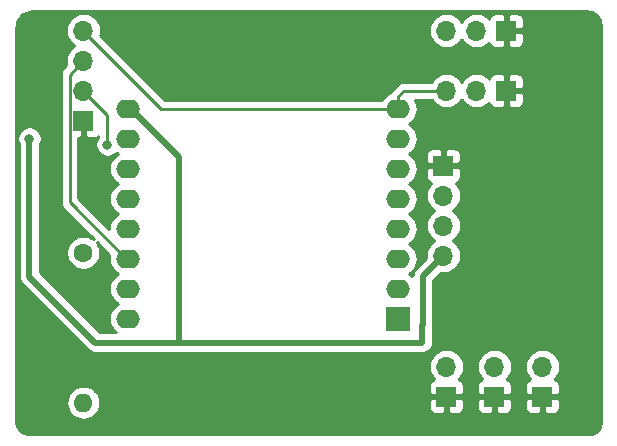
<source format=gbr>
G04 #@! TF.GenerationSoftware,KiCad,Pcbnew,(5.1.4)-1*
G04 #@! TF.CreationDate,2020-01-16T18:32:51+01:00*
G04 #@! TF.ProjectId,lumos-cache,6c756d6f-732d-4636-9163-68652e6b6963,rev?*
G04 #@! TF.SameCoordinates,Original*
G04 #@! TF.FileFunction,Copper,L2,Bot*
G04 #@! TF.FilePolarity,Positive*
%FSLAX46Y46*%
G04 Gerber Fmt 4.6, Leading zero omitted, Abs format (unit mm)*
G04 Created by KiCad (PCBNEW (5.1.4)-1) date 2020-01-16 18:32:51*
%MOMM*%
%LPD*%
G04 APERTURE LIST*
%ADD10O,1.700000X1.700000*%
%ADD11R,1.700000X1.700000*%
%ADD12O,1.600000X1.600000*%
%ADD13C,1.600000*%
%ADD14O,2.000000X1.600000*%
%ADD15R,2.000000X2.000000*%
%ADD16C,0.800000*%
%ADD17C,0.250000*%
%ADD18C,0.500000*%
%ADD19C,0.254000*%
G04 APERTURE END LIST*
D10*
X148082000Y-52324000D03*
X148082000Y-49784000D03*
X148082000Y-47244000D03*
D11*
X148082000Y-44704000D03*
D12*
X117602000Y-64770000D03*
D13*
X117602000Y-52070000D03*
D14*
X121412000Y-57658000D03*
X121412000Y-55118000D03*
X121412000Y-52578000D03*
X121412000Y-50038000D03*
X121412000Y-47498000D03*
X121412000Y-44958000D03*
X121412000Y-42418000D03*
X121412000Y-39878000D03*
X144272000Y-39878000D03*
X144272000Y-42418000D03*
X144272000Y-44958000D03*
X144272000Y-47498000D03*
X144272000Y-50038000D03*
X144272000Y-52578000D03*
D15*
X144272000Y-57658000D03*
D14*
X144272000Y-55118000D03*
D10*
X148336000Y-61722000D03*
D11*
X148336000Y-64262000D03*
D10*
X152400000Y-61722000D03*
D11*
X152400000Y-64262000D03*
D10*
X156464000Y-61722000D03*
D11*
X156464000Y-64262000D03*
D10*
X148336000Y-33274000D03*
X150876000Y-33274000D03*
D11*
X153416000Y-33274000D03*
D10*
X117602000Y-33274000D03*
X117602000Y-35814000D03*
X117602000Y-38354000D03*
D11*
X117602000Y-40894000D03*
D10*
X148336000Y-38354000D03*
X150876000Y-38354000D03*
D11*
X153416000Y-38354000D03*
D16*
X113030000Y-42418000D03*
X119634000Y-42926000D03*
D17*
X153416000Y-34374000D02*
X153416000Y-38354000D01*
X153416000Y-33274000D02*
X153416000Y-34374000D01*
X149436000Y-64262000D02*
X152400000Y-64262000D01*
X148336000Y-64262000D02*
X149436000Y-64262000D01*
X152400000Y-64262000D02*
X156464000Y-64262000D01*
X149182000Y-44704000D02*
X148082000Y-44704000D01*
X153416000Y-40470000D02*
X149182000Y-44704000D01*
X153416000Y-33274000D02*
X153416000Y-40470000D01*
D18*
X143002000Y-59690000D02*
X144825002Y-59690000D01*
X146349002Y-54056998D02*
X148082000Y-52324000D01*
X146349002Y-58166000D02*
X146349002Y-54056998D01*
X118618000Y-59690000D02*
X113030000Y-54102000D01*
X113030000Y-54102000D02*
X113030000Y-42418000D01*
D17*
X121612000Y-39878000D02*
X121412000Y-39878000D01*
D18*
X125730000Y-43996000D02*
X121612000Y-39878000D01*
X125730000Y-59690000D02*
X125730000Y-43996000D01*
X125730000Y-59690000D02*
X118618000Y-59690000D01*
X143002000Y-59690000D02*
X125730000Y-59690000D01*
X144825002Y-59690000D02*
X146304000Y-59690000D01*
D17*
X146304000Y-58211002D02*
X146349002Y-58166000D01*
D18*
X146304000Y-59690000D02*
X146304000Y-58211002D01*
D17*
X124206000Y-39878000D02*
X144272000Y-39878000D01*
X117602000Y-33274000D02*
X124206000Y-39878000D01*
X144272000Y-38828000D02*
X144272000Y-39878000D01*
X144746000Y-38354000D02*
X144272000Y-38828000D01*
X148336000Y-38354000D02*
X144746000Y-38354000D01*
X121212000Y-52578000D02*
X121412000Y-52578000D01*
X116426999Y-47792999D02*
X121212000Y-52578000D01*
X116426999Y-36989001D02*
X116426999Y-47792999D01*
X117602000Y-35814000D02*
X116426999Y-36989001D01*
X117602000Y-38354000D02*
X119634000Y-40386000D01*
X119634000Y-40386000D02*
X119634000Y-42926000D01*
D19*
G36*
X160490540Y-31672397D02*
G01*
X160698833Y-31735285D01*
X160890937Y-31837428D01*
X161059553Y-31974947D01*
X161198241Y-32142593D01*
X161301726Y-32333985D01*
X161366066Y-32541835D01*
X161392000Y-32788581D01*
X161392001Y-66515713D01*
X161372441Y-66715204D01*
X161323881Y-66876040D01*
X161245008Y-67024378D01*
X161138822Y-67154575D01*
X161009372Y-67261665D01*
X160861586Y-67341572D01*
X160701094Y-67391253D01*
X160503695Y-67412000D01*
X113062279Y-67412000D01*
X112813460Y-67387603D01*
X112605170Y-67324717D01*
X112413062Y-67222572D01*
X112244446Y-67085052D01*
X112105760Y-66917409D01*
X112002275Y-66726017D01*
X111937934Y-66518166D01*
X111912000Y-66271419D01*
X111912000Y-64770000D01*
X116160057Y-64770000D01*
X116187764Y-65051309D01*
X116269818Y-65321808D01*
X116403068Y-65571101D01*
X116582392Y-65789608D01*
X116800899Y-65968932D01*
X117050192Y-66102182D01*
X117320691Y-66184236D01*
X117531508Y-66205000D01*
X117672492Y-66205000D01*
X117883309Y-66184236D01*
X118153808Y-66102182D01*
X118403101Y-65968932D01*
X118621608Y-65789608D01*
X118800932Y-65571101D01*
X118934182Y-65321808D01*
X118997825Y-65112000D01*
X146847928Y-65112000D01*
X146860188Y-65236482D01*
X146896498Y-65356180D01*
X146955463Y-65466494D01*
X147034815Y-65563185D01*
X147131506Y-65642537D01*
X147241820Y-65701502D01*
X147361518Y-65737812D01*
X147486000Y-65750072D01*
X148050250Y-65747000D01*
X148209000Y-65588250D01*
X148209000Y-64389000D01*
X148463000Y-64389000D01*
X148463000Y-65588250D01*
X148621750Y-65747000D01*
X149186000Y-65750072D01*
X149310482Y-65737812D01*
X149430180Y-65701502D01*
X149540494Y-65642537D01*
X149637185Y-65563185D01*
X149716537Y-65466494D01*
X149775502Y-65356180D01*
X149811812Y-65236482D01*
X149824072Y-65112000D01*
X150911928Y-65112000D01*
X150924188Y-65236482D01*
X150960498Y-65356180D01*
X151019463Y-65466494D01*
X151098815Y-65563185D01*
X151195506Y-65642537D01*
X151305820Y-65701502D01*
X151425518Y-65737812D01*
X151550000Y-65750072D01*
X152114250Y-65747000D01*
X152273000Y-65588250D01*
X152273000Y-64389000D01*
X152527000Y-64389000D01*
X152527000Y-65588250D01*
X152685750Y-65747000D01*
X153250000Y-65750072D01*
X153374482Y-65737812D01*
X153494180Y-65701502D01*
X153604494Y-65642537D01*
X153701185Y-65563185D01*
X153780537Y-65466494D01*
X153839502Y-65356180D01*
X153875812Y-65236482D01*
X153888072Y-65112000D01*
X154975928Y-65112000D01*
X154988188Y-65236482D01*
X155024498Y-65356180D01*
X155083463Y-65466494D01*
X155162815Y-65563185D01*
X155259506Y-65642537D01*
X155369820Y-65701502D01*
X155489518Y-65737812D01*
X155614000Y-65750072D01*
X156178250Y-65747000D01*
X156337000Y-65588250D01*
X156337000Y-64389000D01*
X156591000Y-64389000D01*
X156591000Y-65588250D01*
X156749750Y-65747000D01*
X157314000Y-65750072D01*
X157438482Y-65737812D01*
X157558180Y-65701502D01*
X157668494Y-65642537D01*
X157765185Y-65563185D01*
X157844537Y-65466494D01*
X157903502Y-65356180D01*
X157939812Y-65236482D01*
X157952072Y-65112000D01*
X157949000Y-64547750D01*
X157790250Y-64389000D01*
X156591000Y-64389000D01*
X156337000Y-64389000D01*
X155137750Y-64389000D01*
X154979000Y-64547750D01*
X154975928Y-65112000D01*
X153888072Y-65112000D01*
X153885000Y-64547750D01*
X153726250Y-64389000D01*
X152527000Y-64389000D01*
X152273000Y-64389000D01*
X151073750Y-64389000D01*
X150915000Y-64547750D01*
X150911928Y-65112000D01*
X149824072Y-65112000D01*
X149821000Y-64547750D01*
X149662250Y-64389000D01*
X148463000Y-64389000D01*
X148209000Y-64389000D01*
X147009750Y-64389000D01*
X146851000Y-64547750D01*
X146847928Y-65112000D01*
X118997825Y-65112000D01*
X119016236Y-65051309D01*
X119043943Y-64770000D01*
X119016236Y-64488691D01*
X118934182Y-64218192D01*
X118800932Y-63968899D01*
X118621608Y-63750392D01*
X118403101Y-63571068D01*
X118153808Y-63437818D01*
X117883309Y-63355764D01*
X117672492Y-63335000D01*
X117531508Y-63335000D01*
X117320691Y-63355764D01*
X117050192Y-63437818D01*
X116800899Y-63571068D01*
X116582392Y-63750392D01*
X116403068Y-63968899D01*
X116269818Y-64218192D01*
X116187764Y-64488691D01*
X116160057Y-64770000D01*
X111912000Y-64770000D01*
X111912000Y-61722000D01*
X146843815Y-61722000D01*
X146872487Y-62013111D01*
X146957401Y-62293034D01*
X147095294Y-62551014D01*
X147280866Y-62777134D01*
X147310687Y-62801607D01*
X147241820Y-62822498D01*
X147131506Y-62881463D01*
X147034815Y-62960815D01*
X146955463Y-63057506D01*
X146896498Y-63167820D01*
X146860188Y-63287518D01*
X146847928Y-63412000D01*
X146851000Y-63976250D01*
X147009750Y-64135000D01*
X148209000Y-64135000D01*
X148209000Y-64115000D01*
X148463000Y-64115000D01*
X148463000Y-64135000D01*
X149662250Y-64135000D01*
X149821000Y-63976250D01*
X149824072Y-63412000D01*
X149811812Y-63287518D01*
X149775502Y-63167820D01*
X149716537Y-63057506D01*
X149637185Y-62960815D01*
X149540494Y-62881463D01*
X149430180Y-62822498D01*
X149361313Y-62801607D01*
X149391134Y-62777134D01*
X149576706Y-62551014D01*
X149714599Y-62293034D01*
X149799513Y-62013111D01*
X149828185Y-61722000D01*
X150907815Y-61722000D01*
X150936487Y-62013111D01*
X151021401Y-62293034D01*
X151159294Y-62551014D01*
X151344866Y-62777134D01*
X151374687Y-62801607D01*
X151305820Y-62822498D01*
X151195506Y-62881463D01*
X151098815Y-62960815D01*
X151019463Y-63057506D01*
X150960498Y-63167820D01*
X150924188Y-63287518D01*
X150911928Y-63412000D01*
X150915000Y-63976250D01*
X151073750Y-64135000D01*
X152273000Y-64135000D01*
X152273000Y-64115000D01*
X152527000Y-64115000D01*
X152527000Y-64135000D01*
X153726250Y-64135000D01*
X153885000Y-63976250D01*
X153888072Y-63412000D01*
X153875812Y-63287518D01*
X153839502Y-63167820D01*
X153780537Y-63057506D01*
X153701185Y-62960815D01*
X153604494Y-62881463D01*
X153494180Y-62822498D01*
X153425313Y-62801607D01*
X153455134Y-62777134D01*
X153640706Y-62551014D01*
X153778599Y-62293034D01*
X153863513Y-62013111D01*
X153892185Y-61722000D01*
X154971815Y-61722000D01*
X155000487Y-62013111D01*
X155085401Y-62293034D01*
X155223294Y-62551014D01*
X155408866Y-62777134D01*
X155438687Y-62801607D01*
X155369820Y-62822498D01*
X155259506Y-62881463D01*
X155162815Y-62960815D01*
X155083463Y-63057506D01*
X155024498Y-63167820D01*
X154988188Y-63287518D01*
X154975928Y-63412000D01*
X154979000Y-63976250D01*
X155137750Y-64135000D01*
X156337000Y-64135000D01*
X156337000Y-64115000D01*
X156591000Y-64115000D01*
X156591000Y-64135000D01*
X157790250Y-64135000D01*
X157949000Y-63976250D01*
X157952072Y-63412000D01*
X157939812Y-63287518D01*
X157903502Y-63167820D01*
X157844537Y-63057506D01*
X157765185Y-62960815D01*
X157668494Y-62881463D01*
X157558180Y-62822498D01*
X157489313Y-62801607D01*
X157519134Y-62777134D01*
X157704706Y-62551014D01*
X157842599Y-62293034D01*
X157927513Y-62013111D01*
X157956185Y-61722000D01*
X157927513Y-61430889D01*
X157842599Y-61150966D01*
X157704706Y-60892986D01*
X157519134Y-60666866D01*
X157293014Y-60481294D01*
X157035034Y-60343401D01*
X156755111Y-60258487D01*
X156536950Y-60237000D01*
X156391050Y-60237000D01*
X156172889Y-60258487D01*
X155892966Y-60343401D01*
X155634986Y-60481294D01*
X155408866Y-60666866D01*
X155223294Y-60892986D01*
X155085401Y-61150966D01*
X155000487Y-61430889D01*
X154971815Y-61722000D01*
X153892185Y-61722000D01*
X153863513Y-61430889D01*
X153778599Y-61150966D01*
X153640706Y-60892986D01*
X153455134Y-60666866D01*
X153229014Y-60481294D01*
X152971034Y-60343401D01*
X152691111Y-60258487D01*
X152472950Y-60237000D01*
X152327050Y-60237000D01*
X152108889Y-60258487D01*
X151828966Y-60343401D01*
X151570986Y-60481294D01*
X151344866Y-60666866D01*
X151159294Y-60892986D01*
X151021401Y-61150966D01*
X150936487Y-61430889D01*
X150907815Y-61722000D01*
X149828185Y-61722000D01*
X149799513Y-61430889D01*
X149714599Y-61150966D01*
X149576706Y-60892986D01*
X149391134Y-60666866D01*
X149165014Y-60481294D01*
X148907034Y-60343401D01*
X148627111Y-60258487D01*
X148408950Y-60237000D01*
X148263050Y-60237000D01*
X148044889Y-60258487D01*
X147764966Y-60343401D01*
X147506986Y-60481294D01*
X147280866Y-60666866D01*
X147095294Y-60892986D01*
X146957401Y-61150966D01*
X146872487Y-61430889D01*
X146843815Y-61722000D01*
X111912000Y-61722000D01*
X111912000Y-42316061D01*
X111995000Y-42316061D01*
X111995000Y-42519939D01*
X112034774Y-42719898D01*
X112112795Y-42908256D01*
X112145001Y-42956456D01*
X112145000Y-54058531D01*
X112140719Y-54102000D01*
X112145000Y-54145469D01*
X112145000Y-54145476D01*
X112157805Y-54275489D01*
X112208411Y-54442312D01*
X112290589Y-54596058D01*
X112401183Y-54730817D01*
X112434956Y-54758534D01*
X117961470Y-60285049D01*
X117989183Y-60318817D01*
X118022951Y-60346530D01*
X118022953Y-60346532D01*
X118094452Y-60405210D01*
X118123941Y-60429411D01*
X118277687Y-60511589D01*
X118444510Y-60562195D01*
X118574523Y-60575000D01*
X118574533Y-60575000D01*
X118617999Y-60579281D01*
X118661465Y-60575000D01*
X125686523Y-60575000D01*
X125730000Y-60579282D01*
X125773476Y-60575000D01*
X146260523Y-60575000D01*
X146304000Y-60579282D01*
X146347476Y-60575000D01*
X146347477Y-60575000D01*
X146477490Y-60562195D01*
X146644313Y-60511589D01*
X146798059Y-60429411D01*
X146932817Y-60318817D01*
X147043411Y-60184059D01*
X147125589Y-60030313D01*
X147176195Y-59863490D01*
X147193282Y-59690000D01*
X147189000Y-59646523D01*
X147189000Y-58445628D01*
X147221197Y-58339490D01*
X147234002Y-58209477D01*
X147234002Y-54423576D01*
X147862966Y-53794612D01*
X148009050Y-53809000D01*
X148154950Y-53809000D01*
X148373111Y-53787513D01*
X148653034Y-53702599D01*
X148911014Y-53564706D01*
X149137134Y-53379134D01*
X149322706Y-53153014D01*
X149460599Y-52895034D01*
X149545513Y-52615111D01*
X149574185Y-52324000D01*
X149545513Y-52032889D01*
X149460599Y-51752966D01*
X149322706Y-51494986D01*
X149137134Y-51268866D01*
X148911014Y-51083294D01*
X148856209Y-51054000D01*
X148911014Y-51024706D01*
X149137134Y-50839134D01*
X149322706Y-50613014D01*
X149460599Y-50355034D01*
X149545513Y-50075111D01*
X149574185Y-49784000D01*
X149545513Y-49492889D01*
X149460599Y-49212966D01*
X149322706Y-48954986D01*
X149137134Y-48728866D01*
X148911014Y-48543294D01*
X148856209Y-48514000D01*
X148911014Y-48484706D01*
X149137134Y-48299134D01*
X149322706Y-48073014D01*
X149460599Y-47815034D01*
X149545513Y-47535111D01*
X149574185Y-47244000D01*
X149545513Y-46952889D01*
X149460599Y-46672966D01*
X149322706Y-46414986D01*
X149137134Y-46188866D01*
X149107313Y-46164393D01*
X149176180Y-46143502D01*
X149286494Y-46084537D01*
X149383185Y-46005185D01*
X149462537Y-45908494D01*
X149521502Y-45798180D01*
X149557812Y-45678482D01*
X149570072Y-45554000D01*
X149567000Y-44989750D01*
X149408250Y-44831000D01*
X148209000Y-44831000D01*
X148209000Y-44851000D01*
X147955000Y-44851000D01*
X147955000Y-44831000D01*
X146755750Y-44831000D01*
X146597000Y-44989750D01*
X146593928Y-45554000D01*
X146606188Y-45678482D01*
X146642498Y-45798180D01*
X146701463Y-45908494D01*
X146780815Y-46005185D01*
X146877506Y-46084537D01*
X146987820Y-46143502D01*
X147056687Y-46164393D01*
X147026866Y-46188866D01*
X146841294Y-46414986D01*
X146703401Y-46672966D01*
X146618487Y-46952889D01*
X146589815Y-47244000D01*
X146618487Y-47535111D01*
X146703401Y-47815034D01*
X146841294Y-48073014D01*
X147026866Y-48299134D01*
X147252986Y-48484706D01*
X147307791Y-48514000D01*
X147252986Y-48543294D01*
X147026866Y-48728866D01*
X146841294Y-48954986D01*
X146703401Y-49212966D01*
X146618487Y-49492889D01*
X146589815Y-49784000D01*
X146618487Y-50075111D01*
X146703401Y-50355034D01*
X146841294Y-50613014D01*
X147026866Y-50839134D01*
X147252986Y-51024706D01*
X147307791Y-51054000D01*
X147252986Y-51083294D01*
X147026866Y-51268866D01*
X146841294Y-51494986D01*
X146703401Y-51752966D01*
X146618487Y-52032889D01*
X146589815Y-52324000D01*
X146611388Y-52543034D01*
X145753953Y-53400469D01*
X145720186Y-53428181D01*
X145692473Y-53461949D01*
X145692470Y-53461952D01*
X145609592Y-53562939D01*
X145527414Y-53716685D01*
X145476807Y-53883508D01*
X145459721Y-54056998D01*
X145461352Y-54073562D01*
X145273101Y-53919068D01*
X145140142Y-53848000D01*
X145273101Y-53776932D01*
X145491608Y-53597608D01*
X145670932Y-53379101D01*
X145804182Y-53129808D01*
X145886236Y-52859309D01*
X145913943Y-52578000D01*
X145886236Y-52296691D01*
X145804182Y-52026192D01*
X145670932Y-51776899D01*
X145491608Y-51558392D01*
X145273101Y-51379068D01*
X145140142Y-51308000D01*
X145273101Y-51236932D01*
X145491608Y-51057608D01*
X145670932Y-50839101D01*
X145804182Y-50589808D01*
X145886236Y-50319309D01*
X145913943Y-50038000D01*
X145886236Y-49756691D01*
X145804182Y-49486192D01*
X145670932Y-49236899D01*
X145491608Y-49018392D01*
X145273101Y-48839068D01*
X145140142Y-48768000D01*
X145273101Y-48696932D01*
X145491608Y-48517608D01*
X145670932Y-48299101D01*
X145804182Y-48049808D01*
X145886236Y-47779309D01*
X145913943Y-47498000D01*
X145886236Y-47216691D01*
X145804182Y-46946192D01*
X145670932Y-46696899D01*
X145491608Y-46478392D01*
X145273101Y-46299068D01*
X145140142Y-46228000D01*
X145273101Y-46156932D01*
X145491608Y-45977608D01*
X145670932Y-45759101D01*
X145804182Y-45509808D01*
X145886236Y-45239309D01*
X145913943Y-44958000D01*
X145886236Y-44676691D01*
X145804182Y-44406192D01*
X145670932Y-44156899D01*
X145491608Y-43938392D01*
X145388777Y-43854000D01*
X146593928Y-43854000D01*
X146597000Y-44418250D01*
X146755750Y-44577000D01*
X147955000Y-44577000D01*
X147955000Y-43377750D01*
X148209000Y-43377750D01*
X148209000Y-44577000D01*
X149408250Y-44577000D01*
X149567000Y-44418250D01*
X149570072Y-43854000D01*
X149557812Y-43729518D01*
X149521502Y-43609820D01*
X149462537Y-43499506D01*
X149383185Y-43402815D01*
X149286494Y-43323463D01*
X149176180Y-43264498D01*
X149056482Y-43228188D01*
X148932000Y-43215928D01*
X148367750Y-43219000D01*
X148209000Y-43377750D01*
X147955000Y-43377750D01*
X147796250Y-43219000D01*
X147232000Y-43215928D01*
X147107518Y-43228188D01*
X146987820Y-43264498D01*
X146877506Y-43323463D01*
X146780815Y-43402815D01*
X146701463Y-43499506D01*
X146642498Y-43609820D01*
X146606188Y-43729518D01*
X146593928Y-43854000D01*
X145388777Y-43854000D01*
X145273101Y-43759068D01*
X145140142Y-43688000D01*
X145273101Y-43616932D01*
X145491608Y-43437608D01*
X145670932Y-43219101D01*
X145804182Y-42969808D01*
X145886236Y-42699309D01*
X145913943Y-42418000D01*
X145886236Y-42136691D01*
X145804182Y-41866192D01*
X145670932Y-41616899D01*
X145491608Y-41398392D01*
X145273101Y-41219068D01*
X145140142Y-41148000D01*
X145273101Y-41076932D01*
X145491608Y-40897608D01*
X145670932Y-40679101D01*
X145804182Y-40429808D01*
X145886236Y-40159309D01*
X145913943Y-39878000D01*
X145886236Y-39596691D01*
X145804182Y-39326192D01*
X145690763Y-39114000D01*
X147058405Y-39114000D01*
X147095294Y-39183014D01*
X147280866Y-39409134D01*
X147506986Y-39594706D01*
X147764966Y-39732599D01*
X148044889Y-39817513D01*
X148263050Y-39839000D01*
X148408950Y-39839000D01*
X148627111Y-39817513D01*
X148907034Y-39732599D01*
X149165014Y-39594706D01*
X149391134Y-39409134D01*
X149576706Y-39183014D01*
X149606000Y-39128209D01*
X149635294Y-39183014D01*
X149820866Y-39409134D01*
X150046986Y-39594706D01*
X150304966Y-39732599D01*
X150584889Y-39817513D01*
X150803050Y-39839000D01*
X150948950Y-39839000D01*
X151167111Y-39817513D01*
X151447034Y-39732599D01*
X151705014Y-39594706D01*
X151931134Y-39409134D01*
X151955607Y-39379313D01*
X151976498Y-39448180D01*
X152035463Y-39558494D01*
X152114815Y-39655185D01*
X152211506Y-39734537D01*
X152321820Y-39793502D01*
X152441518Y-39829812D01*
X152566000Y-39842072D01*
X153130250Y-39839000D01*
X153289000Y-39680250D01*
X153289000Y-38481000D01*
X153543000Y-38481000D01*
X153543000Y-39680250D01*
X153701750Y-39839000D01*
X154266000Y-39842072D01*
X154390482Y-39829812D01*
X154510180Y-39793502D01*
X154620494Y-39734537D01*
X154717185Y-39655185D01*
X154796537Y-39558494D01*
X154855502Y-39448180D01*
X154891812Y-39328482D01*
X154904072Y-39204000D01*
X154901000Y-38639750D01*
X154742250Y-38481000D01*
X153543000Y-38481000D01*
X153289000Y-38481000D01*
X153269000Y-38481000D01*
X153269000Y-38227000D01*
X153289000Y-38227000D01*
X153289000Y-37027750D01*
X153543000Y-37027750D01*
X153543000Y-38227000D01*
X154742250Y-38227000D01*
X154901000Y-38068250D01*
X154904072Y-37504000D01*
X154891812Y-37379518D01*
X154855502Y-37259820D01*
X154796537Y-37149506D01*
X154717185Y-37052815D01*
X154620494Y-36973463D01*
X154510180Y-36914498D01*
X154390482Y-36878188D01*
X154266000Y-36865928D01*
X153701750Y-36869000D01*
X153543000Y-37027750D01*
X153289000Y-37027750D01*
X153130250Y-36869000D01*
X152566000Y-36865928D01*
X152441518Y-36878188D01*
X152321820Y-36914498D01*
X152211506Y-36973463D01*
X152114815Y-37052815D01*
X152035463Y-37149506D01*
X151976498Y-37259820D01*
X151955607Y-37328687D01*
X151931134Y-37298866D01*
X151705014Y-37113294D01*
X151447034Y-36975401D01*
X151167111Y-36890487D01*
X150948950Y-36869000D01*
X150803050Y-36869000D01*
X150584889Y-36890487D01*
X150304966Y-36975401D01*
X150046986Y-37113294D01*
X149820866Y-37298866D01*
X149635294Y-37524986D01*
X149606000Y-37579791D01*
X149576706Y-37524986D01*
X149391134Y-37298866D01*
X149165014Y-37113294D01*
X148907034Y-36975401D01*
X148627111Y-36890487D01*
X148408950Y-36869000D01*
X148263050Y-36869000D01*
X148044889Y-36890487D01*
X147764966Y-36975401D01*
X147506986Y-37113294D01*
X147280866Y-37298866D01*
X147095294Y-37524986D01*
X147058405Y-37594000D01*
X144783322Y-37594000D01*
X144745999Y-37590324D01*
X144708676Y-37594000D01*
X144708667Y-37594000D01*
X144597014Y-37604997D01*
X144453753Y-37648454D01*
X144321724Y-37719026D01*
X144205999Y-37813999D01*
X144182196Y-37843003D01*
X143761003Y-38264196D01*
X143731999Y-38287999D01*
X143677834Y-38354000D01*
X143637026Y-38403724D01*
X143568986Y-38531017D01*
X143520192Y-38545818D01*
X143270899Y-38679068D01*
X143052392Y-38858392D01*
X142873068Y-39076899D01*
X142851099Y-39118000D01*
X124520802Y-39118000D01*
X119042797Y-33639996D01*
X119065513Y-33565111D01*
X119094185Y-33274000D01*
X146843815Y-33274000D01*
X146872487Y-33565111D01*
X146957401Y-33845034D01*
X147095294Y-34103014D01*
X147280866Y-34329134D01*
X147506986Y-34514706D01*
X147764966Y-34652599D01*
X148044889Y-34737513D01*
X148263050Y-34759000D01*
X148408950Y-34759000D01*
X148627111Y-34737513D01*
X148907034Y-34652599D01*
X149165014Y-34514706D01*
X149391134Y-34329134D01*
X149576706Y-34103014D01*
X149606000Y-34048209D01*
X149635294Y-34103014D01*
X149820866Y-34329134D01*
X150046986Y-34514706D01*
X150304966Y-34652599D01*
X150584889Y-34737513D01*
X150803050Y-34759000D01*
X150948950Y-34759000D01*
X151167111Y-34737513D01*
X151447034Y-34652599D01*
X151705014Y-34514706D01*
X151931134Y-34329134D01*
X151955607Y-34299313D01*
X151976498Y-34368180D01*
X152035463Y-34478494D01*
X152114815Y-34575185D01*
X152211506Y-34654537D01*
X152321820Y-34713502D01*
X152441518Y-34749812D01*
X152566000Y-34762072D01*
X153130250Y-34759000D01*
X153289000Y-34600250D01*
X153289000Y-33401000D01*
X153543000Y-33401000D01*
X153543000Y-34600250D01*
X153701750Y-34759000D01*
X154266000Y-34762072D01*
X154390482Y-34749812D01*
X154510180Y-34713502D01*
X154620494Y-34654537D01*
X154717185Y-34575185D01*
X154796537Y-34478494D01*
X154855502Y-34368180D01*
X154891812Y-34248482D01*
X154904072Y-34124000D01*
X154901000Y-33559750D01*
X154742250Y-33401000D01*
X153543000Y-33401000D01*
X153289000Y-33401000D01*
X153269000Y-33401000D01*
X153269000Y-33147000D01*
X153289000Y-33147000D01*
X153289000Y-31947750D01*
X153543000Y-31947750D01*
X153543000Y-33147000D01*
X154742250Y-33147000D01*
X154901000Y-32988250D01*
X154904072Y-32424000D01*
X154891812Y-32299518D01*
X154855502Y-32179820D01*
X154796537Y-32069506D01*
X154717185Y-31972815D01*
X154620494Y-31893463D01*
X154510180Y-31834498D01*
X154390482Y-31798188D01*
X154266000Y-31785928D01*
X153701750Y-31789000D01*
X153543000Y-31947750D01*
X153289000Y-31947750D01*
X153130250Y-31789000D01*
X152566000Y-31785928D01*
X152441518Y-31798188D01*
X152321820Y-31834498D01*
X152211506Y-31893463D01*
X152114815Y-31972815D01*
X152035463Y-32069506D01*
X151976498Y-32179820D01*
X151955607Y-32248687D01*
X151931134Y-32218866D01*
X151705014Y-32033294D01*
X151447034Y-31895401D01*
X151167111Y-31810487D01*
X150948950Y-31789000D01*
X150803050Y-31789000D01*
X150584889Y-31810487D01*
X150304966Y-31895401D01*
X150046986Y-32033294D01*
X149820866Y-32218866D01*
X149635294Y-32444986D01*
X149606000Y-32499791D01*
X149576706Y-32444986D01*
X149391134Y-32218866D01*
X149165014Y-32033294D01*
X148907034Y-31895401D01*
X148627111Y-31810487D01*
X148408950Y-31789000D01*
X148263050Y-31789000D01*
X148044889Y-31810487D01*
X147764966Y-31895401D01*
X147506986Y-32033294D01*
X147280866Y-32218866D01*
X147095294Y-32444986D01*
X146957401Y-32702966D01*
X146872487Y-32982889D01*
X146843815Y-33274000D01*
X119094185Y-33274000D01*
X119065513Y-32982889D01*
X118980599Y-32702966D01*
X118842706Y-32444986D01*
X118657134Y-32218866D01*
X118431014Y-32033294D01*
X118173034Y-31895401D01*
X117893111Y-31810487D01*
X117674950Y-31789000D01*
X117529050Y-31789000D01*
X117310889Y-31810487D01*
X117030966Y-31895401D01*
X116772986Y-32033294D01*
X116546866Y-32218866D01*
X116361294Y-32444986D01*
X116223401Y-32702966D01*
X116138487Y-32982889D01*
X116109815Y-33274000D01*
X116138487Y-33565111D01*
X116223401Y-33845034D01*
X116361294Y-34103014D01*
X116546866Y-34329134D01*
X116772986Y-34514706D01*
X116827791Y-34544000D01*
X116772986Y-34573294D01*
X116546866Y-34758866D01*
X116361294Y-34984986D01*
X116223401Y-35242966D01*
X116138487Y-35522889D01*
X116109815Y-35814000D01*
X116138487Y-36105111D01*
X116161203Y-36179996D01*
X115916002Y-36425197D01*
X115886998Y-36449000D01*
X115831870Y-36516175D01*
X115792025Y-36564725D01*
X115721454Y-36696754D01*
X115721453Y-36696755D01*
X115677996Y-36840016D01*
X115666999Y-36951669D01*
X115666999Y-36951679D01*
X115663323Y-36989001D01*
X115666999Y-37026323D01*
X115667000Y-47755667D01*
X115663323Y-47792999D01*
X115677997Y-47941984D01*
X115721453Y-48085245D01*
X115792025Y-48217275D01*
X115859096Y-48299000D01*
X115886999Y-48333000D01*
X115915997Y-48356798D01*
X118510136Y-50950938D01*
X118281727Y-50798320D01*
X118020574Y-50690147D01*
X117743335Y-50635000D01*
X117460665Y-50635000D01*
X117183426Y-50690147D01*
X116922273Y-50798320D01*
X116687241Y-50955363D01*
X116487363Y-51155241D01*
X116330320Y-51390273D01*
X116222147Y-51651426D01*
X116167000Y-51928665D01*
X116167000Y-52211335D01*
X116222147Y-52488574D01*
X116330320Y-52749727D01*
X116487363Y-52984759D01*
X116687241Y-53184637D01*
X116922273Y-53341680D01*
X117183426Y-53449853D01*
X117460665Y-53505000D01*
X117743335Y-53505000D01*
X118020574Y-53449853D01*
X118281727Y-53341680D01*
X118516759Y-53184637D01*
X118716637Y-52984759D01*
X118873680Y-52749727D01*
X118981853Y-52488574D01*
X119037000Y-52211335D01*
X119037000Y-51928665D01*
X118981853Y-51651426D01*
X118873680Y-51390273D01*
X118721062Y-51161864D01*
X119811292Y-52252094D01*
X119797764Y-52296691D01*
X119770057Y-52578000D01*
X119797764Y-52859309D01*
X119879818Y-53129808D01*
X120013068Y-53379101D01*
X120192392Y-53597608D01*
X120410899Y-53776932D01*
X120543858Y-53848000D01*
X120410899Y-53919068D01*
X120192392Y-54098392D01*
X120013068Y-54316899D01*
X119879818Y-54566192D01*
X119797764Y-54836691D01*
X119770057Y-55118000D01*
X119797764Y-55399309D01*
X119879818Y-55669808D01*
X120013068Y-55919101D01*
X120192392Y-56137608D01*
X120410899Y-56316932D01*
X120543858Y-56388000D01*
X120410899Y-56459068D01*
X120192392Y-56638392D01*
X120013068Y-56856899D01*
X119879818Y-57106192D01*
X119797764Y-57376691D01*
X119770057Y-57658000D01*
X119797764Y-57939309D01*
X119879818Y-58209808D01*
X120013068Y-58459101D01*
X120192392Y-58677608D01*
X120347620Y-58805000D01*
X118984579Y-58805000D01*
X113915000Y-53735422D01*
X113915000Y-42956454D01*
X113947205Y-42908256D01*
X114025226Y-42719898D01*
X114065000Y-42519939D01*
X114065000Y-42316061D01*
X114025226Y-42116102D01*
X113947205Y-41927744D01*
X113833937Y-41758226D01*
X113689774Y-41614063D01*
X113520256Y-41500795D01*
X113331898Y-41422774D01*
X113131939Y-41383000D01*
X112928061Y-41383000D01*
X112728102Y-41422774D01*
X112539744Y-41500795D01*
X112370226Y-41614063D01*
X112226063Y-41758226D01*
X112112795Y-41927744D01*
X112034774Y-42116102D01*
X111995000Y-42316061D01*
X111912000Y-42316061D01*
X111912000Y-33052279D01*
X111941234Y-32754125D01*
X112018448Y-32498378D01*
X112143869Y-32262496D01*
X112312716Y-32055470D01*
X112518554Y-31885187D01*
X112753556Y-31758121D01*
X113008756Y-31679124D01*
X113304882Y-31648000D01*
X160241721Y-31648000D01*
X160490540Y-31672397D01*
X160490540Y-31672397D01*
G37*
X160490540Y-31672397D02*
X160698833Y-31735285D01*
X160890937Y-31837428D01*
X161059553Y-31974947D01*
X161198241Y-32142593D01*
X161301726Y-32333985D01*
X161366066Y-32541835D01*
X161392000Y-32788581D01*
X161392001Y-66515713D01*
X161372441Y-66715204D01*
X161323881Y-66876040D01*
X161245008Y-67024378D01*
X161138822Y-67154575D01*
X161009372Y-67261665D01*
X160861586Y-67341572D01*
X160701094Y-67391253D01*
X160503695Y-67412000D01*
X113062279Y-67412000D01*
X112813460Y-67387603D01*
X112605170Y-67324717D01*
X112413062Y-67222572D01*
X112244446Y-67085052D01*
X112105760Y-66917409D01*
X112002275Y-66726017D01*
X111937934Y-66518166D01*
X111912000Y-66271419D01*
X111912000Y-64770000D01*
X116160057Y-64770000D01*
X116187764Y-65051309D01*
X116269818Y-65321808D01*
X116403068Y-65571101D01*
X116582392Y-65789608D01*
X116800899Y-65968932D01*
X117050192Y-66102182D01*
X117320691Y-66184236D01*
X117531508Y-66205000D01*
X117672492Y-66205000D01*
X117883309Y-66184236D01*
X118153808Y-66102182D01*
X118403101Y-65968932D01*
X118621608Y-65789608D01*
X118800932Y-65571101D01*
X118934182Y-65321808D01*
X118997825Y-65112000D01*
X146847928Y-65112000D01*
X146860188Y-65236482D01*
X146896498Y-65356180D01*
X146955463Y-65466494D01*
X147034815Y-65563185D01*
X147131506Y-65642537D01*
X147241820Y-65701502D01*
X147361518Y-65737812D01*
X147486000Y-65750072D01*
X148050250Y-65747000D01*
X148209000Y-65588250D01*
X148209000Y-64389000D01*
X148463000Y-64389000D01*
X148463000Y-65588250D01*
X148621750Y-65747000D01*
X149186000Y-65750072D01*
X149310482Y-65737812D01*
X149430180Y-65701502D01*
X149540494Y-65642537D01*
X149637185Y-65563185D01*
X149716537Y-65466494D01*
X149775502Y-65356180D01*
X149811812Y-65236482D01*
X149824072Y-65112000D01*
X150911928Y-65112000D01*
X150924188Y-65236482D01*
X150960498Y-65356180D01*
X151019463Y-65466494D01*
X151098815Y-65563185D01*
X151195506Y-65642537D01*
X151305820Y-65701502D01*
X151425518Y-65737812D01*
X151550000Y-65750072D01*
X152114250Y-65747000D01*
X152273000Y-65588250D01*
X152273000Y-64389000D01*
X152527000Y-64389000D01*
X152527000Y-65588250D01*
X152685750Y-65747000D01*
X153250000Y-65750072D01*
X153374482Y-65737812D01*
X153494180Y-65701502D01*
X153604494Y-65642537D01*
X153701185Y-65563185D01*
X153780537Y-65466494D01*
X153839502Y-65356180D01*
X153875812Y-65236482D01*
X153888072Y-65112000D01*
X154975928Y-65112000D01*
X154988188Y-65236482D01*
X155024498Y-65356180D01*
X155083463Y-65466494D01*
X155162815Y-65563185D01*
X155259506Y-65642537D01*
X155369820Y-65701502D01*
X155489518Y-65737812D01*
X155614000Y-65750072D01*
X156178250Y-65747000D01*
X156337000Y-65588250D01*
X156337000Y-64389000D01*
X156591000Y-64389000D01*
X156591000Y-65588250D01*
X156749750Y-65747000D01*
X157314000Y-65750072D01*
X157438482Y-65737812D01*
X157558180Y-65701502D01*
X157668494Y-65642537D01*
X157765185Y-65563185D01*
X157844537Y-65466494D01*
X157903502Y-65356180D01*
X157939812Y-65236482D01*
X157952072Y-65112000D01*
X157949000Y-64547750D01*
X157790250Y-64389000D01*
X156591000Y-64389000D01*
X156337000Y-64389000D01*
X155137750Y-64389000D01*
X154979000Y-64547750D01*
X154975928Y-65112000D01*
X153888072Y-65112000D01*
X153885000Y-64547750D01*
X153726250Y-64389000D01*
X152527000Y-64389000D01*
X152273000Y-64389000D01*
X151073750Y-64389000D01*
X150915000Y-64547750D01*
X150911928Y-65112000D01*
X149824072Y-65112000D01*
X149821000Y-64547750D01*
X149662250Y-64389000D01*
X148463000Y-64389000D01*
X148209000Y-64389000D01*
X147009750Y-64389000D01*
X146851000Y-64547750D01*
X146847928Y-65112000D01*
X118997825Y-65112000D01*
X119016236Y-65051309D01*
X119043943Y-64770000D01*
X119016236Y-64488691D01*
X118934182Y-64218192D01*
X118800932Y-63968899D01*
X118621608Y-63750392D01*
X118403101Y-63571068D01*
X118153808Y-63437818D01*
X117883309Y-63355764D01*
X117672492Y-63335000D01*
X117531508Y-63335000D01*
X117320691Y-63355764D01*
X117050192Y-63437818D01*
X116800899Y-63571068D01*
X116582392Y-63750392D01*
X116403068Y-63968899D01*
X116269818Y-64218192D01*
X116187764Y-64488691D01*
X116160057Y-64770000D01*
X111912000Y-64770000D01*
X111912000Y-61722000D01*
X146843815Y-61722000D01*
X146872487Y-62013111D01*
X146957401Y-62293034D01*
X147095294Y-62551014D01*
X147280866Y-62777134D01*
X147310687Y-62801607D01*
X147241820Y-62822498D01*
X147131506Y-62881463D01*
X147034815Y-62960815D01*
X146955463Y-63057506D01*
X146896498Y-63167820D01*
X146860188Y-63287518D01*
X146847928Y-63412000D01*
X146851000Y-63976250D01*
X147009750Y-64135000D01*
X148209000Y-64135000D01*
X148209000Y-64115000D01*
X148463000Y-64115000D01*
X148463000Y-64135000D01*
X149662250Y-64135000D01*
X149821000Y-63976250D01*
X149824072Y-63412000D01*
X149811812Y-63287518D01*
X149775502Y-63167820D01*
X149716537Y-63057506D01*
X149637185Y-62960815D01*
X149540494Y-62881463D01*
X149430180Y-62822498D01*
X149361313Y-62801607D01*
X149391134Y-62777134D01*
X149576706Y-62551014D01*
X149714599Y-62293034D01*
X149799513Y-62013111D01*
X149828185Y-61722000D01*
X150907815Y-61722000D01*
X150936487Y-62013111D01*
X151021401Y-62293034D01*
X151159294Y-62551014D01*
X151344866Y-62777134D01*
X151374687Y-62801607D01*
X151305820Y-62822498D01*
X151195506Y-62881463D01*
X151098815Y-62960815D01*
X151019463Y-63057506D01*
X150960498Y-63167820D01*
X150924188Y-63287518D01*
X150911928Y-63412000D01*
X150915000Y-63976250D01*
X151073750Y-64135000D01*
X152273000Y-64135000D01*
X152273000Y-64115000D01*
X152527000Y-64115000D01*
X152527000Y-64135000D01*
X153726250Y-64135000D01*
X153885000Y-63976250D01*
X153888072Y-63412000D01*
X153875812Y-63287518D01*
X153839502Y-63167820D01*
X153780537Y-63057506D01*
X153701185Y-62960815D01*
X153604494Y-62881463D01*
X153494180Y-62822498D01*
X153425313Y-62801607D01*
X153455134Y-62777134D01*
X153640706Y-62551014D01*
X153778599Y-62293034D01*
X153863513Y-62013111D01*
X153892185Y-61722000D01*
X154971815Y-61722000D01*
X155000487Y-62013111D01*
X155085401Y-62293034D01*
X155223294Y-62551014D01*
X155408866Y-62777134D01*
X155438687Y-62801607D01*
X155369820Y-62822498D01*
X155259506Y-62881463D01*
X155162815Y-62960815D01*
X155083463Y-63057506D01*
X155024498Y-63167820D01*
X154988188Y-63287518D01*
X154975928Y-63412000D01*
X154979000Y-63976250D01*
X155137750Y-64135000D01*
X156337000Y-64135000D01*
X156337000Y-64115000D01*
X156591000Y-64115000D01*
X156591000Y-64135000D01*
X157790250Y-64135000D01*
X157949000Y-63976250D01*
X157952072Y-63412000D01*
X157939812Y-63287518D01*
X157903502Y-63167820D01*
X157844537Y-63057506D01*
X157765185Y-62960815D01*
X157668494Y-62881463D01*
X157558180Y-62822498D01*
X157489313Y-62801607D01*
X157519134Y-62777134D01*
X157704706Y-62551014D01*
X157842599Y-62293034D01*
X157927513Y-62013111D01*
X157956185Y-61722000D01*
X157927513Y-61430889D01*
X157842599Y-61150966D01*
X157704706Y-60892986D01*
X157519134Y-60666866D01*
X157293014Y-60481294D01*
X157035034Y-60343401D01*
X156755111Y-60258487D01*
X156536950Y-60237000D01*
X156391050Y-60237000D01*
X156172889Y-60258487D01*
X155892966Y-60343401D01*
X155634986Y-60481294D01*
X155408866Y-60666866D01*
X155223294Y-60892986D01*
X155085401Y-61150966D01*
X155000487Y-61430889D01*
X154971815Y-61722000D01*
X153892185Y-61722000D01*
X153863513Y-61430889D01*
X153778599Y-61150966D01*
X153640706Y-60892986D01*
X153455134Y-60666866D01*
X153229014Y-60481294D01*
X152971034Y-60343401D01*
X152691111Y-60258487D01*
X152472950Y-60237000D01*
X152327050Y-60237000D01*
X152108889Y-60258487D01*
X151828966Y-60343401D01*
X151570986Y-60481294D01*
X151344866Y-60666866D01*
X151159294Y-60892986D01*
X151021401Y-61150966D01*
X150936487Y-61430889D01*
X150907815Y-61722000D01*
X149828185Y-61722000D01*
X149799513Y-61430889D01*
X149714599Y-61150966D01*
X149576706Y-60892986D01*
X149391134Y-60666866D01*
X149165014Y-60481294D01*
X148907034Y-60343401D01*
X148627111Y-60258487D01*
X148408950Y-60237000D01*
X148263050Y-60237000D01*
X148044889Y-60258487D01*
X147764966Y-60343401D01*
X147506986Y-60481294D01*
X147280866Y-60666866D01*
X147095294Y-60892986D01*
X146957401Y-61150966D01*
X146872487Y-61430889D01*
X146843815Y-61722000D01*
X111912000Y-61722000D01*
X111912000Y-42316061D01*
X111995000Y-42316061D01*
X111995000Y-42519939D01*
X112034774Y-42719898D01*
X112112795Y-42908256D01*
X112145001Y-42956456D01*
X112145000Y-54058531D01*
X112140719Y-54102000D01*
X112145000Y-54145469D01*
X112145000Y-54145476D01*
X112157805Y-54275489D01*
X112208411Y-54442312D01*
X112290589Y-54596058D01*
X112401183Y-54730817D01*
X112434956Y-54758534D01*
X117961470Y-60285049D01*
X117989183Y-60318817D01*
X118022951Y-60346530D01*
X118022953Y-60346532D01*
X118094452Y-60405210D01*
X118123941Y-60429411D01*
X118277687Y-60511589D01*
X118444510Y-60562195D01*
X118574523Y-60575000D01*
X118574533Y-60575000D01*
X118617999Y-60579281D01*
X118661465Y-60575000D01*
X125686523Y-60575000D01*
X125730000Y-60579282D01*
X125773476Y-60575000D01*
X146260523Y-60575000D01*
X146304000Y-60579282D01*
X146347476Y-60575000D01*
X146347477Y-60575000D01*
X146477490Y-60562195D01*
X146644313Y-60511589D01*
X146798059Y-60429411D01*
X146932817Y-60318817D01*
X147043411Y-60184059D01*
X147125589Y-60030313D01*
X147176195Y-59863490D01*
X147193282Y-59690000D01*
X147189000Y-59646523D01*
X147189000Y-58445628D01*
X147221197Y-58339490D01*
X147234002Y-58209477D01*
X147234002Y-54423576D01*
X147862966Y-53794612D01*
X148009050Y-53809000D01*
X148154950Y-53809000D01*
X148373111Y-53787513D01*
X148653034Y-53702599D01*
X148911014Y-53564706D01*
X149137134Y-53379134D01*
X149322706Y-53153014D01*
X149460599Y-52895034D01*
X149545513Y-52615111D01*
X149574185Y-52324000D01*
X149545513Y-52032889D01*
X149460599Y-51752966D01*
X149322706Y-51494986D01*
X149137134Y-51268866D01*
X148911014Y-51083294D01*
X148856209Y-51054000D01*
X148911014Y-51024706D01*
X149137134Y-50839134D01*
X149322706Y-50613014D01*
X149460599Y-50355034D01*
X149545513Y-50075111D01*
X149574185Y-49784000D01*
X149545513Y-49492889D01*
X149460599Y-49212966D01*
X149322706Y-48954986D01*
X149137134Y-48728866D01*
X148911014Y-48543294D01*
X148856209Y-48514000D01*
X148911014Y-48484706D01*
X149137134Y-48299134D01*
X149322706Y-48073014D01*
X149460599Y-47815034D01*
X149545513Y-47535111D01*
X149574185Y-47244000D01*
X149545513Y-46952889D01*
X149460599Y-46672966D01*
X149322706Y-46414986D01*
X149137134Y-46188866D01*
X149107313Y-46164393D01*
X149176180Y-46143502D01*
X149286494Y-46084537D01*
X149383185Y-46005185D01*
X149462537Y-45908494D01*
X149521502Y-45798180D01*
X149557812Y-45678482D01*
X149570072Y-45554000D01*
X149567000Y-44989750D01*
X149408250Y-44831000D01*
X148209000Y-44831000D01*
X148209000Y-44851000D01*
X147955000Y-44851000D01*
X147955000Y-44831000D01*
X146755750Y-44831000D01*
X146597000Y-44989750D01*
X146593928Y-45554000D01*
X146606188Y-45678482D01*
X146642498Y-45798180D01*
X146701463Y-45908494D01*
X146780815Y-46005185D01*
X146877506Y-46084537D01*
X146987820Y-46143502D01*
X147056687Y-46164393D01*
X147026866Y-46188866D01*
X146841294Y-46414986D01*
X146703401Y-46672966D01*
X146618487Y-46952889D01*
X146589815Y-47244000D01*
X146618487Y-47535111D01*
X146703401Y-47815034D01*
X146841294Y-48073014D01*
X147026866Y-48299134D01*
X147252986Y-48484706D01*
X147307791Y-48514000D01*
X147252986Y-48543294D01*
X147026866Y-48728866D01*
X146841294Y-48954986D01*
X146703401Y-49212966D01*
X146618487Y-49492889D01*
X146589815Y-49784000D01*
X146618487Y-50075111D01*
X146703401Y-50355034D01*
X146841294Y-50613014D01*
X147026866Y-50839134D01*
X147252986Y-51024706D01*
X147307791Y-51054000D01*
X147252986Y-51083294D01*
X147026866Y-51268866D01*
X146841294Y-51494986D01*
X146703401Y-51752966D01*
X146618487Y-52032889D01*
X146589815Y-52324000D01*
X146611388Y-52543034D01*
X145753953Y-53400469D01*
X145720186Y-53428181D01*
X145692473Y-53461949D01*
X145692470Y-53461952D01*
X145609592Y-53562939D01*
X145527414Y-53716685D01*
X145476807Y-53883508D01*
X145459721Y-54056998D01*
X145461352Y-54073562D01*
X145273101Y-53919068D01*
X145140142Y-53848000D01*
X145273101Y-53776932D01*
X145491608Y-53597608D01*
X145670932Y-53379101D01*
X145804182Y-53129808D01*
X145886236Y-52859309D01*
X145913943Y-52578000D01*
X145886236Y-52296691D01*
X145804182Y-52026192D01*
X145670932Y-51776899D01*
X145491608Y-51558392D01*
X145273101Y-51379068D01*
X145140142Y-51308000D01*
X145273101Y-51236932D01*
X145491608Y-51057608D01*
X145670932Y-50839101D01*
X145804182Y-50589808D01*
X145886236Y-50319309D01*
X145913943Y-50038000D01*
X145886236Y-49756691D01*
X145804182Y-49486192D01*
X145670932Y-49236899D01*
X145491608Y-49018392D01*
X145273101Y-48839068D01*
X145140142Y-48768000D01*
X145273101Y-48696932D01*
X145491608Y-48517608D01*
X145670932Y-48299101D01*
X145804182Y-48049808D01*
X145886236Y-47779309D01*
X145913943Y-47498000D01*
X145886236Y-47216691D01*
X145804182Y-46946192D01*
X145670932Y-46696899D01*
X145491608Y-46478392D01*
X145273101Y-46299068D01*
X145140142Y-46228000D01*
X145273101Y-46156932D01*
X145491608Y-45977608D01*
X145670932Y-45759101D01*
X145804182Y-45509808D01*
X145886236Y-45239309D01*
X145913943Y-44958000D01*
X145886236Y-44676691D01*
X145804182Y-44406192D01*
X145670932Y-44156899D01*
X145491608Y-43938392D01*
X145388777Y-43854000D01*
X146593928Y-43854000D01*
X146597000Y-44418250D01*
X146755750Y-44577000D01*
X147955000Y-44577000D01*
X147955000Y-43377750D01*
X148209000Y-43377750D01*
X148209000Y-44577000D01*
X149408250Y-44577000D01*
X149567000Y-44418250D01*
X149570072Y-43854000D01*
X149557812Y-43729518D01*
X149521502Y-43609820D01*
X149462537Y-43499506D01*
X149383185Y-43402815D01*
X149286494Y-43323463D01*
X149176180Y-43264498D01*
X149056482Y-43228188D01*
X148932000Y-43215928D01*
X148367750Y-43219000D01*
X148209000Y-43377750D01*
X147955000Y-43377750D01*
X147796250Y-43219000D01*
X147232000Y-43215928D01*
X147107518Y-43228188D01*
X146987820Y-43264498D01*
X146877506Y-43323463D01*
X146780815Y-43402815D01*
X146701463Y-43499506D01*
X146642498Y-43609820D01*
X146606188Y-43729518D01*
X146593928Y-43854000D01*
X145388777Y-43854000D01*
X145273101Y-43759068D01*
X145140142Y-43688000D01*
X145273101Y-43616932D01*
X145491608Y-43437608D01*
X145670932Y-43219101D01*
X145804182Y-42969808D01*
X145886236Y-42699309D01*
X145913943Y-42418000D01*
X145886236Y-42136691D01*
X145804182Y-41866192D01*
X145670932Y-41616899D01*
X145491608Y-41398392D01*
X145273101Y-41219068D01*
X145140142Y-41148000D01*
X145273101Y-41076932D01*
X145491608Y-40897608D01*
X145670932Y-40679101D01*
X145804182Y-40429808D01*
X145886236Y-40159309D01*
X145913943Y-39878000D01*
X145886236Y-39596691D01*
X145804182Y-39326192D01*
X145690763Y-39114000D01*
X147058405Y-39114000D01*
X147095294Y-39183014D01*
X147280866Y-39409134D01*
X147506986Y-39594706D01*
X147764966Y-39732599D01*
X148044889Y-39817513D01*
X148263050Y-39839000D01*
X148408950Y-39839000D01*
X148627111Y-39817513D01*
X148907034Y-39732599D01*
X149165014Y-39594706D01*
X149391134Y-39409134D01*
X149576706Y-39183014D01*
X149606000Y-39128209D01*
X149635294Y-39183014D01*
X149820866Y-39409134D01*
X150046986Y-39594706D01*
X150304966Y-39732599D01*
X150584889Y-39817513D01*
X150803050Y-39839000D01*
X150948950Y-39839000D01*
X151167111Y-39817513D01*
X151447034Y-39732599D01*
X151705014Y-39594706D01*
X151931134Y-39409134D01*
X151955607Y-39379313D01*
X151976498Y-39448180D01*
X152035463Y-39558494D01*
X152114815Y-39655185D01*
X152211506Y-39734537D01*
X152321820Y-39793502D01*
X152441518Y-39829812D01*
X152566000Y-39842072D01*
X153130250Y-39839000D01*
X153289000Y-39680250D01*
X153289000Y-38481000D01*
X153543000Y-38481000D01*
X153543000Y-39680250D01*
X153701750Y-39839000D01*
X154266000Y-39842072D01*
X154390482Y-39829812D01*
X154510180Y-39793502D01*
X154620494Y-39734537D01*
X154717185Y-39655185D01*
X154796537Y-39558494D01*
X154855502Y-39448180D01*
X154891812Y-39328482D01*
X154904072Y-39204000D01*
X154901000Y-38639750D01*
X154742250Y-38481000D01*
X153543000Y-38481000D01*
X153289000Y-38481000D01*
X153269000Y-38481000D01*
X153269000Y-38227000D01*
X153289000Y-38227000D01*
X153289000Y-37027750D01*
X153543000Y-37027750D01*
X153543000Y-38227000D01*
X154742250Y-38227000D01*
X154901000Y-38068250D01*
X154904072Y-37504000D01*
X154891812Y-37379518D01*
X154855502Y-37259820D01*
X154796537Y-37149506D01*
X154717185Y-37052815D01*
X154620494Y-36973463D01*
X154510180Y-36914498D01*
X154390482Y-36878188D01*
X154266000Y-36865928D01*
X153701750Y-36869000D01*
X153543000Y-37027750D01*
X153289000Y-37027750D01*
X153130250Y-36869000D01*
X152566000Y-36865928D01*
X152441518Y-36878188D01*
X152321820Y-36914498D01*
X152211506Y-36973463D01*
X152114815Y-37052815D01*
X152035463Y-37149506D01*
X151976498Y-37259820D01*
X151955607Y-37328687D01*
X151931134Y-37298866D01*
X151705014Y-37113294D01*
X151447034Y-36975401D01*
X151167111Y-36890487D01*
X150948950Y-36869000D01*
X150803050Y-36869000D01*
X150584889Y-36890487D01*
X150304966Y-36975401D01*
X150046986Y-37113294D01*
X149820866Y-37298866D01*
X149635294Y-37524986D01*
X149606000Y-37579791D01*
X149576706Y-37524986D01*
X149391134Y-37298866D01*
X149165014Y-37113294D01*
X148907034Y-36975401D01*
X148627111Y-36890487D01*
X148408950Y-36869000D01*
X148263050Y-36869000D01*
X148044889Y-36890487D01*
X147764966Y-36975401D01*
X147506986Y-37113294D01*
X147280866Y-37298866D01*
X147095294Y-37524986D01*
X147058405Y-37594000D01*
X144783322Y-37594000D01*
X144745999Y-37590324D01*
X144708676Y-37594000D01*
X144708667Y-37594000D01*
X144597014Y-37604997D01*
X144453753Y-37648454D01*
X144321724Y-37719026D01*
X144205999Y-37813999D01*
X144182196Y-37843003D01*
X143761003Y-38264196D01*
X143731999Y-38287999D01*
X143677834Y-38354000D01*
X143637026Y-38403724D01*
X143568986Y-38531017D01*
X143520192Y-38545818D01*
X143270899Y-38679068D01*
X143052392Y-38858392D01*
X142873068Y-39076899D01*
X142851099Y-39118000D01*
X124520802Y-39118000D01*
X119042797Y-33639996D01*
X119065513Y-33565111D01*
X119094185Y-33274000D01*
X146843815Y-33274000D01*
X146872487Y-33565111D01*
X146957401Y-33845034D01*
X147095294Y-34103014D01*
X147280866Y-34329134D01*
X147506986Y-34514706D01*
X147764966Y-34652599D01*
X148044889Y-34737513D01*
X148263050Y-34759000D01*
X148408950Y-34759000D01*
X148627111Y-34737513D01*
X148907034Y-34652599D01*
X149165014Y-34514706D01*
X149391134Y-34329134D01*
X149576706Y-34103014D01*
X149606000Y-34048209D01*
X149635294Y-34103014D01*
X149820866Y-34329134D01*
X150046986Y-34514706D01*
X150304966Y-34652599D01*
X150584889Y-34737513D01*
X150803050Y-34759000D01*
X150948950Y-34759000D01*
X151167111Y-34737513D01*
X151447034Y-34652599D01*
X151705014Y-34514706D01*
X151931134Y-34329134D01*
X151955607Y-34299313D01*
X151976498Y-34368180D01*
X152035463Y-34478494D01*
X152114815Y-34575185D01*
X152211506Y-34654537D01*
X152321820Y-34713502D01*
X152441518Y-34749812D01*
X152566000Y-34762072D01*
X153130250Y-34759000D01*
X153289000Y-34600250D01*
X153289000Y-33401000D01*
X153543000Y-33401000D01*
X153543000Y-34600250D01*
X153701750Y-34759000D01*
X154266000Y-34762072D01*
X154390482Y-34749812D01*
X154510180Y-34713502D01*
X154620494Y-34654537D01*
X154717185Y-34575185D01*
X154796537Y-34478494D01*
X154855502Y-34368180D01*
X154891812Y-34248482D01*
X154904072Y-34124000D01*
X154901000Y-33559750D01*
X154742250Y-33401000D01*
X153543000Y-33401000D01*
X153289000Y-33401000D01*
X153269000Y-33401000D01*
X153269000Y-33147000D01*
X153289000Y-33147000D01*
X153289000Y-31947750D01*
X153543000Y-31947750D01*
X153543000Y-33147000D01*
X154742250Y-33147000D01*
X154901000Y-32988250D01*
X154904072Y-32424000D01*
X154891812Y-32299518D01*
X154855502Y-32179820D01*
X154796537Y-32069506D01*
X154717185Y-31972815D01*
X154620494Y-31893463D01*
X154510180Y-31834498D01*
X154390482Y-31798188D01*
X154266000Y-31785928D01*
X153701750Y-31789000D01*
X153543000Y-31947750D01*
X153289000Y-31947750D01*
X153130250Y-31789000D01*
X152566000Y-31785928D01*
X152441518Y-31798188D01*
X152321820Y-31834498D01*
X152211506Y-31893463D01*
X152114815Y-31972815D01*
X152035463Y-32069506D01*
X151976498Y-32179820D01*
X151955607Y-32248687D01*
X151931134Y-32218866D01*
X151705014Y-32033294D01*
X151447034Y-31895401D01*
X151167111Y-31810487D01*
X150948950Y-31789000D01*
X150803050Y-31789000D01*
X150584889Y-31810487D01*
X150304966Y-31895401D01*
X150046986Y-32033294D01*
X149820866Y-32218866D01*
X149635294Y-32444986D01*
X149606000Y-32499791D01*
X149576706Y-32444986D01*
X149391134Y-32218866D01*
X149165014Y-32033294D01*
X148907034Y-31895401D01*
X148627111Y-31810487D01*
X148408950Y-31789000D01*
X148263050Y-31789000D01*
X148044889Y-31810487D01*
X147764966Y-31895401D01*
X147506986Y-32033294D01*
X147280866Y-32218866D01*
X147095294Y-32444986D01*
X146957401Y-32702966D01*
X146872487Y-32982889D01*
X146843815Y-33274000D01*
X119094185Y-33274000D01*
X119065513Y-32982889D01*
X118980599Y-32702966D01*
X118842706Y-32444986D01*
X118657134Y-32218866D01*
X118431014Y-32033294D01*
X118173034Y-31895401D01*
X117893111Y-31810487D01*
X117674950Y-31789000D01*
X117529050Y-31789000D01*
X117310889Y-31810487D01*
X117030966Y-31895401D01*
X116772986Y-32033294D01*
X116546866Y-32218866D01*
X116361294Y-32444986D01*
X116223401Y-32702966D01*
X116138487Y-32982889D01*
X116109815Y-33274000D01*
X116138487Y-33565111D01*
X116223401Y-33845034D01*
X116361294Y-34103014D01*
X116546866Y-34329134D01*
X116772986Y-34514706D01*
X116827791Y-34544000D01*
X116772986Y-34573294D01*
X116546866Y-34758866D01*
X116361294Y-34984986D01*
X116223401Y-35242966D01*
X116138487Y-35522889D01*
X116109815Y-35814000D01*
X116138487Y-36105111D01*
X116161203Y-36179996D01*
X115916002Y-36425197D01*
X115886998Y-36449000D01*
X115831870Y-36516175D01*
X115792025Y-36564725D01*
X115721454Y-36696754D01*
X115721453Y-36696755D01*
X115677996Y-36840016D01*
X115666999Y-36951669D01*
X115666999Y-36951679D01*
X115663323Y-36989001D01*
X115666999Y-37026323D01*
X115667000Y-47755667D01*
X115663323Y-47792999D01*
X115677997Y-47941984D01*
X115721453Y-48085245D01*
X115792025Y-48217275D01*
X115859096Y-48299000D01*
X115886999Y-48333000D01*
X115915997Y-48356798D01*
X118510136Y-50950938D01*
X118281727Y-50798320D01*
X118020574Y-50690147D01*
X117743335Y-50635000D01*
X117460665Y-50635000D01*
X117183426Y-50690147D01*
X116922273Y-50798320D01*
X116687241Y-50955363D01*
X116487363Y-51155241D01*
X116330320Y-51390273D01*
X116222147Y-51651426D01*
X116167000Y-51928665D01*
X116167000Y-52211335D01*
X116222147Y-52488574D01*
X116330320Y-52749727D01*
X116487363Y-52984759D01*
X116687241Y-53184637D01*
X116922273Y-53341680D01*
X117183426Y-53449853D01*
X117460665Y-53505000D01*
X117743335Y-53505000D01*
X118020574Y-53449853D01*
X118281727Y-53341680D01*
X118516759Y-53184637D01*
X118716637Y-52984759D01*
X118873680Y-52749727D01*
X118981853Y-52488574D01*
X119037000Y-52211335D01*
X119037000Y-51928665D01*
X118981853Y-51651426D01*
X118873680Y-51390273D01*
X118721062Y-51161864D01*
X119811292Y-52252094D01*
X119797764Y-52296691D01*
X119770057Y-52578000D01*
X119797764Y-52859309D01*
X119879818Y-53129808D01*
X120013068Y-53379101D01*
X120192392Y-53597608D01*
X120410899Y-53776932D01*
X120543858Y-53848000D01*
X120410899Y-53919068D01*
X120192392Y-54098392D01*
X120013068Y-54316899D01*
X119879818Y-54566192D01*
X119797764Y-54836691D01*
X119770057Y-55118000D01*
X119797764Y-55399309D01*
X119879818Y-55669808D01*
X120013068Y-55919101D01*
X120192392Y-56137608D01*
X120410899Y-56316932D01*
X120543858Y-56388000D01*
X120410899Y-56459068D01*
X120192392Y-56638392D01*
X120013068Y-56856899D01*
X119879818Y-57106192D01*
X119797764Y-57376691D01*
X119770057Y-57658000D01*
X119797764Y-57939309D01*
X119879818Y-58209808D01*
X120013068Y-58459101D01*
X120192392Y-58677608D01*
X120347620Y-58805000D01*
X118984579Y-58805000D01*
X113915000Y-53735422D01*
X113915000Y-42956454D01*
X113947205Y-42908256D01*
X114025226Y-42719898D01*
X114065000Y-42519939D01*
X114065000Y-42316061D01*
X114025226Y-42116102D01*
X113947205Y-41927744D01*
X113833937Y-41758226D01*
X113689774Y-41614063D01*
X113520256Y-41500795D01*
X113331898Y-41422774D01*
X113131939Y-41383000D01*
X112928061Y-41383000D01*
X112728102Y-41422774D01*
X112539744Y-41500795D01*
X112370226Y-41614063D01*
X112226063Y-41758226D01*
X112112795Y-41927744D01*
X112034774Y-42116102D01*
X111995000Y-42316061D01*
X111912000Y-42316061D01*
X111912000Y-33052279D01*
X111941234Y-32754125D01*
X112018448Y-32498378D01*
X112143869Y-32262496D01*
X112312716Y-32055470D01*
X112518554Y-31885187D01*
X112753556Y-31758121D01*
X113008756Y-31679124D01*
X113304882Y-31648000D01*
X160241721Y-31648000D01*
X160490540Y-31672397D01*
G36*
X117729000Y-40767000D02*
G01*
X117749000Y-40767000D01*
X117749000Y-41021000D01*
X117729000Y-41021000D01*
X117729000Y-42220250D01*
X117887750Y-42379000D01*
X118452000Y-42382072D01*
X118576482Y-42369812D01*
X118696180Y-42333502D01*
X118806494Y-42274537D01*
X118874001Y-42219136D01*
X118874001Y-42222288D01*
X118830063Y-42266226D01*
X118716795Y-42435744D01*
X118638774Y-42624102D01*
X118599000Y-42824061D01*
X118599000Y-43027939D01*
X118638774Y-43227898D01*
X118716795Y-43416256D01*
X118830063Y-43585774D01*
X118974226Y-43729937D01*
X119143744Y-43843205D01*
X119332102Y-43921226D01*
X119532061Y-43961000D01*
X119735939Y-43961000D01*
X119935898Y-43921226D01*
X120124256Y-43843205D01*
X120293774Y-43729937D01*
X120414748Y-43608963D01*
X120522773Y-43682430D01*
X120540345Y-43689878D01*
X120410899Y-43759068D01*
X120192392Y-43938392D01*
X120013068Y-44156899D01*
X119879818Y-44406192D01*
X119797764Y-44676691D01*
X119770057Y-44958000D01*
X119797764Y-45239309D01*
X119879818Y-45509808D01*
X120013068Y-45759101D01*
X120192392Y-45977608D01*
X120410899Y-46156932D01*
X120543858Y-46228000D01*
X120410899Y-46299068D01*
X120192392Y-46478392D01*
X120013068Y-46696899D01*
X119879818Y-46946192D01*
X119797764Y-47216691D01*
X119770057Y-47498000D01*
X119797764Y-47779309D01*
X119879818Y-48049808D01*
X120013068Y-48299101D01*
X120192392Y-48517608D01*
X120410899Y-48696932D01*
X120543858Y-48768000D01*
X120410899Y-48839068D01*
X120192392Y-49018392D01*
X120013068Y-49236899D01*
X119879818Y-49486192D01*
X119797764Y-49756691D01*
X119770057Y-50038000D01*
X119772598Y-50063796D01*
X117186999Y-47478198D01*
X117186999Y-42379704D01*
X117316250Y-42379000D01*
X117475000Y-42220250D01*
X117475000Y-41021000D01*
X117455000Y-41021000D01*
X117455000Y-40767000D01*
X117475000Y-40767000D01*
X117475000Y-40747000D01*
X117729000Y-40747000D01*
X117729000Y-40767000D01*
X117729000Y-40767000D01*
G37*
X117729000Y-40767000D02*
X117749000Y-40767000D01*
X117749000Y-41021000D01*
X117729000Y-41021000D01*
X117729000Y-42220250D01*
X117887750Y-42379000D01*
X118452000Y-42382072D01*
X118576482Y-42369812D01*
X118696180Y-42333502D01*
X118806494Y-42274537D01*
X118874001Y-42219136D01*
X118874001Y-42222288D01*
X118830063Y-42266226D01*
X118716795Y-42435744D01*
X118638774Y-42624102D01*
X118599000Y-42824061D01*
X118599000Y-43027939D01*
X118638774Y-43227898D01*
X118716795Y-43416256D01*
X118830063Y-43585774D01*
X118974226Y-43729937D01*
X119143744Y-43843205D01*
X119332102Y-43921226D01*
X119532061Y-43961000D01*
X119735939Y-43961000D01*
X119935898Y-43921226D01*
X120124256Y-43843205D01*
X120293774Y-43729937D01*
X120414748Y-43608963D01*
X120522773Y-43682430D01*
X120540345Y-43689878D01*
X120410899Y-43759068D01*
X120192392Y-43938392D01*
X120013068Y-44156899D01*
X119879818Y-44406192D01*
X119797764Y-44676691D01*
X119770057Y-44958000D01*
X119797764Y-45239309D01*
X119879818Y-45509808D01*
X120013068Y-45759101D01*
X120192392Y-45977608D01*
X120410899Y-46156932D01*
X120543858Y-46228000D01*
X120410899Y-46299068D01*
X120192392Y-46478392D01*
X120013068Y-46696899D01*
X119879818Y-46946192D01*
X119797764Y-47216691D01*
X119770057Y-47498000D01*
X119797764Y-47779309D01*
X119879818Y-48049808D01*
X120013068Y-48299101D01*
X120192392Y-48517608D01*
X120410899Y-48696932D01*
X120543858Y-48768000D01*
X120410899Y-48839068D01*
X120192392Y-49018392D01*
X120013068Y-49236899D01*
X119879818Y-49486192D01*
X119797764Y-49756691D01*
X119770057Y-50038000D01*
X119772598Y-50063796D01*
X117186999Y-47478198D01*
X117186999Y-42379704D01*
X117316250Y-42379000D01*
X117475000Y-42220250D01*
X117475000Y-41021000D01*
X117455000Y-41021000D01*
X117455000Y-40767000D01*
X117475000Y-40767000D01*
X117475000Y-40747000D01*
X117729000Y-40747000D01*
X117729000Y-40767000D01*
G36*
X121539000Y-42291000D02*
G01*
X121559000Y-42291000D01*
X121559000Y-42545000D01*
X121539000Y-42545000D01*
X121539000Y-42565000D01*
X121285000Y-42565000D01*
X121285000Y-42545000D01*
X121265000Y-42545000D01*
X121265000Y-42291000D01*
X121285000Y-42291000D01*
X121285000Y-42271000D01*
X121539000Y-42271000D01*
X121539000Y-42291000D01*
X121539000Y-42291000D01*
G37*
X121539000Y-42291000D02*
X121559000Y-42291000D01*
X121559000Y-42545000D01*
X121539000Y-42545000D01*
X121539000Y-42565000D01*
X121285000Y-42565000D01*
X121285000Y-42545000D01*
X121265000Y-42545000D01*
X121265000Y-42291000D01*
X121285000Y-42291000D01*
X121285000Y-42271000D01*
X121539000Y-42271000D01*
X121539000Y-42291000D01*
M02*

</source>
